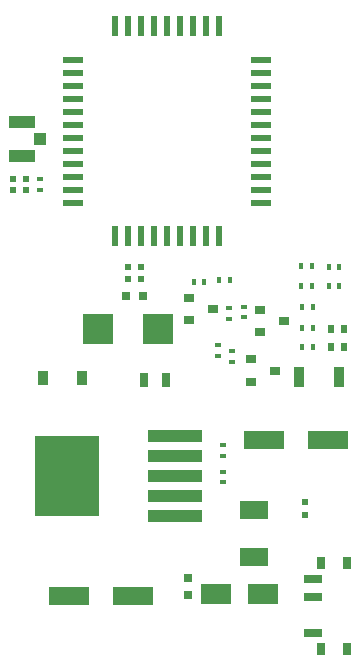
<source format=gtp>
G04 #@! TF.FileFunction,Paste,Top*
%FSLAX46Y46*%
G04 Gerber Fmt 4.6, Leading zero omitted, Abs format (unit mm)*
G04 Created by KiCad (PCBNEW 4.0.7) date 06/11/18 13:45:27*
%MOMM*%
%LPD*%
G01*
G04 APERTURE LIST*
%ADD10C,0.100000*%
%ADD11R,1.500000X0.700000*%
%ADD12R,0.800000X1.000000*%
%ADD13R,2.400000X1.500000*%
%ADD14R,4.600000X1.100000*%
%ADD15R,5.400000X6.800000*%
%ADD16R,2.550000X2.500000*%
%ADD17R,0.800000X0.750000*%
%ADD18R,0.600000X0.500000*%
%ADD19R,3.500000X1.600000*%
%ADD20R,0.750000X0.800000*%
%ADD21R,0.500000X0.600000*%
%ADD22R,0.900000X1.200000*%
%ADD23R,0.600000X0.700000*%
%ADD24R,1.050000X1.000000*%
%ADD25R,2.200000X1.050000*%
%ADD26R,0.700000X1.300000*%
%ADD27R,0.900000X0.800000*%
%ADD28R,0.400000X0.600000*%
%ADD29R,0.600000X0.400000*%
%ADD30R,0.900000X1.700000*%
%ADD31R,1.800000X0.600000*%
%ADD32R,0.600000X1.800000*%
%ADD33R,2.500000X1.800000*%
G04 APERTURE END LIST*
D10*
D11*
X154330000Y-121020000D03*
X154330000Y-118020000D03*
X154330000Y-116520000D03*
D12*
X157190000Y-122420000D03*
X157190000Y-115120000D03*
X154980000Y-115120000D03*
X154980000Y-122420000D03*
D13*
X149360000Y-114620000D03*
X149360000Y-110620000D03*
D14*
X142640000Y-111190000D03*
X142640000Y-109490000D03*
X142640000Y-107790000D03*
X142640000Y-106090000D03*
X142640000Y-104390000D03*
D15*
X133490000Y-107790000D03*
D16*
X136161000Y-95281000D03*
X141211000Y-95281000D03*
D17*
X139956000Y-92487000D03*
X138456000Y-92487000D03*
D18*
X138686000Y-91090000D03*
X139786000Y-91090000D03*
X138644000Y-90074000D03*
X139744000Y-90074000D03*
D19*
X139100000Y-117887000D03*
X133700000Y-117887000D03*
D20*
X143710000Y-116380000D03*
X143710000Y-117880000D03*
D21*
X153630000Y-109980000D03*
X153630000Y-111080000D03*
D22*
X134748000Y-99472000D03*
X131448000Y-99472000D03*
D23*
X156960000Y-95280000D03*
X155860000Y-95280000D03*
X156970000Y-96860000D03*
X155870000Y-96860000D03*
D24*
X131180000Y-79230000D03*
D25*
X129655000Y-80705000D03*
X129655000Y-77755000D03*
D26*
X141922000Y-99599000D03*
X140022000Y-99599000D03*
D27*
X149070000Y-97890000D03*
X149070000Y-99790000D03*
X151070000Y-98840000D03*
X149878000Y-93696000D03*
X149878000Y-95596000D03*
X151878000Y-94646000D03*
X143840000Y-92680000D03*
X143840000Y-94580000D03*
X145840000Y-93630000D03*
D28*
X153400000Y-93440000D03*
X154300000Y-93440000D03*
X153350000Y-91690000D03*
X154250000Y-91690000D03*
X153340000Y-89947000D03*
X154240000Y-89947000D03*
X155660000Y-90080000D03*
X156560000Y-90080000D03*
X155660000Y-91680000D03*
X156560000Y-91680000D03*
D29*
X146306000Y-96667000D03*
X146306000Y-97567000D03*
X147449000Y-97175000D03*
X147449000Y-98075000D03*
D28*
X154320000Y-95270000D03*
X153420000Y-95270000D03*
X147270000Y-91200000D03*
X146370000Y-91200000D03*
D29*
X148465000Y-94334000D03*
X148465000Y-93434000D03*
D28*
X154320000Y-96860000D03*
X153420000Y-96860000D03*
D29*
X146680000Y-105140000D03*
X146680000Y-106040000D03*
D28*
X144220000Y-91310000D03*
X145120000Y-91310000D03*
D29*
X147195000Y-94461000D03*
X147195000Y-93561000D03*
X146710000Y-107400000D03*
X146710000Y-108300000D03*
D30*
X156540000Y-99400000D03*
X153140000Y-99400000D03*
D31*
X149910000Y-84610000D03*
X149910000Y-83510000D03*
X149910000Y-82410000D03*
X149910000Y-81310000D03*
X149910000Y-80210000D03*
X149910000Y-79110000D03*
X149910000Y-78010000D03*
X149910000Y-76910000D03*
X149910000Y-75810000D03*
X149910000Y-74710000D03*
X149910000Y-73610000D03*
X149910000Y-72510000D03*
D32*
X146360000Y-69660000D03*
X145260000Y-69660000D03*
X144160000Y-69660000D03*
X143060000Y-69660000D03*
X141960000Y-69660000D03*
X140860000Y-69660000D03*
X139760000Y-69660000D03*
X138660000Y-69660000D03*
X137560000Y-69660000D03*
D31*
X134010000Y-72510000D03*
X134010000Y-73610000D03*
X134010000Y-74710000D03*
X134010000Y-75810000D03*
X134010000Y-76910000D03*
X134010000Y-78010000D03*
X134010000Y-79110000D03*
X134010000Y-80210000D03*
X134010000Y-81310000D03*
X134010000Y-82410000D03*
X134010000Y-83510000D03*
X134010000Y-84610000D03*
D32*
X137560000Y-87460000D03*
X138660000Y-87460000D03*
X139760000Y-87460000D03*
X140860000Y-87460000D03*
X141960000Y-87460000D03*
X143060000Y-87460000D03*
X144160000Y-87460000D03*
X145260000Y-87460000D03*
X146360000Y-87460000D03*
D29*
X131190000Y-82610000D03*
X131190000Y-83510000D03*
D18*
X130050000Y-83540000D03*
X128950000Y-83540000D03*
X130060000Y-82610000D03*
X128960000Y-82610000D03*
D19*
X150180000Y-104740000D03*
X155580000Y-104740000D03*
D33*
X146100000Y-117750000D03*
X150100000Y-117750000D03*
M02*

</source>
